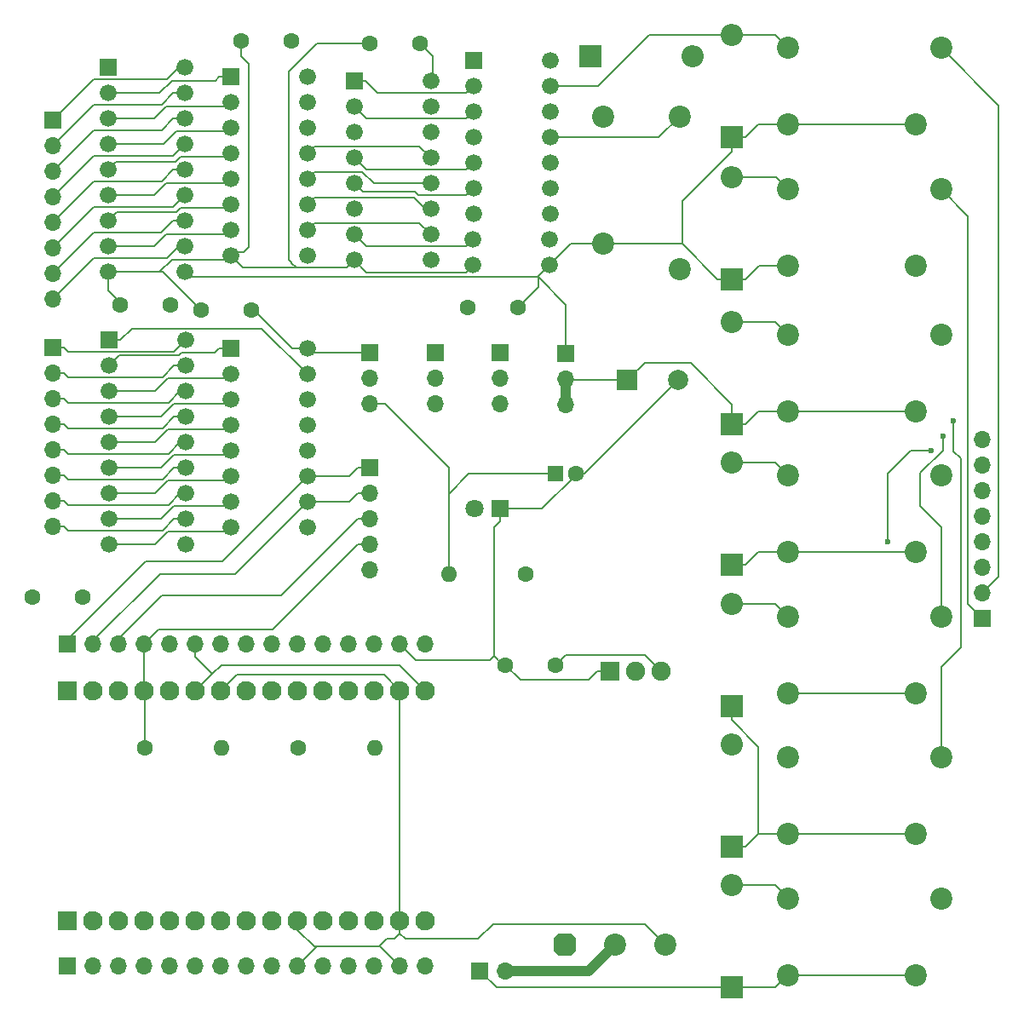
<source format=gbr>
%TF.GenerationSoftware,KiCad,Pcbnew,8.0.3*%
%TF.CreationDate,2024-07-07T19:39:02+08:00*%
%TF.ProjectId,V2.2 Mechanical Seven Segment Controller,56322e32-204d-4656-9368-616e6963616c,4*%
%TF.SameCoordinates,Original*%
%TF.FileFunction,Copper,L1,Top*%
%TF.FilePolarity,Positive*%
%FSLAX46Y46*%
G04 Gerber Fmt 4.6, Leading zero omitted, Abs format (unit mm)*
G04 Created by KiCad (PCBNEW 8.0.3) date 2024-07-07 19:39:02*
%MOMM*%
%LPD*%
G01*
G04 APERTURE LIST*
G04 Aperture macros list*
%AMOutline5P*
0 Free polygon, 5 corners , with rotation*
0 The origin of the aperture is its center*
0 number of corners: always 5*
0 $1 to $10 corner X, Y*
0 $11 Rotation angle, in degrees counterclockwise*
0 create outline with 5 corners*
4,1,5,$1,$2,$3,$4,$5,$6,$7,$8,$9,$10,$1,$2,$11*%
%AMOutline6P*
0 Free polygon, 6 corners , with rotation*
0 The origin of the aperture is its center*
0 number of corners: always 6*
0 $1 to $12 corner X, Y*
0 $13 Rotation angle, in degrees counterclockwise*
0 create outline with 6 corners*
4,1,6,$1,$2,$3,$4,$5,$6,$7,$8,$9,$10,$11,$12,$1,$2,$13*%
%AMOutline7P*
0 Free polygon, 7 corners , with rotation*
0 The origin of the aperture is its center*
0 number of corners: always 7*
0 $1 to $14 corner X, Y*
0 $15 Rotation angle, in degrees counterclockwise*
0 create outline with 7 corners*
4,1,7,$1,$2,$3,$4,$5,$6,$7,$8,$9,$10,$11,$12,$13,$14,$1,$2,$15*%
%AMOutline8P*
0 Free polygon, 8 corners , with rotation*
0 The origin of the aperture is its center*
0 number of corners: always 8*
0 $1 to $16 corner X, Y*
0 $17 Rotation angle, in degrees counterclockwise*
0 create outline with 8 corners*
4,1,8,$1,$2,$3,$4,$5,$6,$7,$8,$9,$10,$11,$12,$13,$14,$15,$16,$1,$2,$17*%
G04 Aperture macros list end*
%TA.AperFunction,ComponentPad*%
%ADD10C,1.600000*%
%TD*%
%TA.AperFunction,ComponentPad*%
%ADD11O,1.600000X1.600000*%
%TD*%
%TA.AperFunction,ComponentPad*%
%ADD12R,1.676400X1.676400*%
%TD*%
%TA.AperFunction,ComponentPad*%
%ADD13C,1.676400*%
%TD*%
%TA.AperFunction,ComponentPad*%
%ADD14C,2.200000*%
%TD*%
%TA.AperFunction,ComponentPad*%
%ADD15Outline8P,-1.100000X0.660000X-0.660000X1.100000X0.660000X1.100000X1.100000X0.660000X1.100000X-0.660000X0.660000X-1.100000X-0.660000X-1.100000X-1.100000X-0.660000X0.000000*%
%TD*%
%TA.AperFunction,ComponentPad*%
%ADD16R,2.200000X2.200000*%
%TD*%
%TA.AperFunction,ComponentPad*%
%ADD17O,2.200000X2.200000*%
%TD*%
%TA.AperFunction,ComponentPad*%
%ADD18R,1.700000X1.700000*%
%TD*%
%TA.AperFunction,ComponentPad*%
%ADD19O,1.700000X1.700000*%
%TD*%
%TA.AperFunction,ComponentPad*%
%ADD20R,1.910000X1.910000*%
%TD*%
%TA.AperFunction,ComponentPad*%
%ADD21C,1.910000*%
%TD*%
%TA.AperFunction,ComponentPad*%
%ADD22R,1.930000X1.930000*%
%TD*%
%TA.AperFunction,ComponentPad*%
%ADD23C,1.930000*%
%TD*%
%TA.AperFunction,ComponentPad*%
%ADD24R,1.600000X1.600000*%
%TD*%
%TA.AperFunction,ComponentPad*%
%ADD25R,1.800000X1.800000*%
%TD*%
%TA.AperFunction,ComponentPad*%
%ADD26C,1.800000*%
%TD*%
%TA.AperFunction,ComponentPad*%
%ADD27R,2.000000X2.000000*%
%TD*%
%TA.AperFunction,ComponentPad*%
%ADD28C,2.000000*%
%TD*%
%TA.AperFunction,ViaPad*%
%ADD29C,0.600000*%
%TD*%
%TA.AperFunction,Conductor*%
%ADD30C,0.200000*%
%TD*%
%TA.AperFunction,Conductor*%
%ADD31C,1.000000*%
%TD*%
G04 APERTURE END LIST*
D10*
%TO.P,R3,1*%
%TO.N,Net-(A1B-D1)*%
X89880000Y-113250000D03*
D11*
%TO.P,R3,2*%
%TO.N,+3.3V*%
X97500000Y-113250000D03*
%TD*%
D12*
%TO.P,U6,1,QB*%
%TO.N,Net-(U5-I2)*%
X95500000Y-47000000D03*
D13*
%TO.P,U6,2,QC*%
%TO.N,Net-(U5-I3)*%
X95500000Y-49540000D03*
%TO.P,U6,3,QD*%
%TO.N,Net-(U5-I4)*%
X95500000Y-52080000D03*
%TO.P,U6,4,QE*%
%TO.N,Net-(U5-I5)*%
X95500000Y-54620000D03*
%TO.P,U6,5,QF*%
%TO.N,Net-(U5-I6)*%
X95500000Y-57160000D03*
%TO.P,U6,6,QG*%
%TO.N,Net-(U5-I7)*%
X95500000Y-59700000D03*
%TO.P,U6,7,QH*%
%TO.N,Net-(U5-I8)*%
X95500000Y-62240000D03*
%TO.P,U6,8,GND*%
%TO.N,GND*%
X95500000Y-64780000D03*
%TO.P,U6,9,QH'*%
%TO.N,Net-(J10-Pin_5)*%
X103120000Y-64780000D03*
%TO.P,U6,10,~{SRCLR}*%
%TO.N,Net-(A1B-D1)*%
X103120000Y-62240000D03*
%TO.P,U6,11,SRCLK*%
%TO.N,Net-(A1B-D0)*%
X103120000Y-59700000D03*
%TO.P,U6,12,RCLK*%
%TO.N,Net-(A1B-D2)*%
X103120000Y-57160000D03*
%TO.P,U6,13,~{OE}*%
%TO.N,Net-(A1B-D3)*%
X103120000Y-54620000D03*
%TO.P,U6,14,SER*%
%TO.N,Net-(U4-QH')*%
X103120000Y-52080000D03*
%TO.P,U6,15,QA*%
%TO.N,Net-(U5-I1)*%
X103120000Y-49540000D03*
%TO.P,U6,16,VCC*%
%TO.N,+3.3V*%
X103120000Y-47000000D03*
%TD*%
D10*
%TO.P,R2,1*%
%TO.N,Net-(A1B-D3)*%
X74690000Y-113250000D03*
D11*
%TO.P,R2,2*%
%TO.N,+3.3V*%
X82310000Y-113250000D03*
%TD*%
D14*
%TO.P,K4,1*%
%TO.N,E1*%
X153800000Y-86200000D03*
%TO.P,K4,2*%
%TO.N,VDC*%
X151260000Y-93820000D03*
%TO.P,K4,A1*%
%TO.N,Net-(D4-A)*%
X138600000Y-86200000D03*
%TO.P,K4,A2*%
%TO.N,VDC*%
X138600000Y-93820000D03*
%TD*%
D12*
%TO.P,U4,1,QB*%
%TO.N,Net-(U3-I2)*%
X83194400Y-46570600D03*
D13*
%TO.P,U4,2,QC*%
%TO.N,Net-(U3-I3)*%
X83194400Y-49110600D03*
%TO.P,U4,3,QD*%
%TO.N,Net-(U3-I4)*%
X83194400Y-51650600D03*
%TO.P,U4,4,QE*%
%TO.N,Net-(U3-I5)*%
X83194400Y-54190600D03*
%TO.P,U4,5,QF*%
%TO.N,Net-(U3-I6)*%
X83194400Y-56730600D03*
%TO.P,U4,6,QG*%
%TO.N,Net-(U3-I7)*%
X83194400Y-59270600D03*
%TO.P,U4,7,QH*%
%TO.N,Net-(U3-I8)*%
X83194400Y-61810600D03*
%TO.P,U4,8,GND*%
%TO.N,GND*%
X83194400Y-64350600D03*
%TO.P,U4,9,QH'*%
%TO.N,Net-(U4-QH')*%
X90814400Y-64350600D03*
%TO.P,U4,10,~{SRCLR}*%
%TO.N,Net-(A1B-D1)*%
X90814400Y-61810600D03*
%TO.P,U4,11,SRCLK*%
%TO.N,Net-(A1B-D0)*%
X90814400Y-59270600D03*
%TO.P,U4,12,RCLK*%
%TO.N,Net-(A1B-D2)*%
X90814400Y-56730600D03*
%TO.P,U4,13,~{OE}*%
%TO.N,Net-(A1B-D3)*%
X90814400Y-54190600D03*
%TO.P,U4,14,SER*%
%TO.N,Net-(U2-QH')*%
X90814400Y-51650600D03*
%TO.P,U4,15,QA*%
%TO.N,Net-(U3-I1)*%
X90814400Y-49110600D03*
%TO.P,U4,16,VCC*%
%TO.N,+3.3V*%
X90814400Y-46570600D03*
%TD*%
D10*
%TO.P,C6,1*%
%TO.N,GND*%
X72250000Y-69250000D03*
%TO.P,C6,2*%
%TO.N,VDC*%
X77250000Y-69250000D03*
%TD*%
D14*
%TO.P,J11,1,Pin_1*%
%TO.N,GND*%
X126400000Y-132800000D03*
%TO.P,J11,2,Pin_2*%
%TO.N,Net-(J11-Pin_2)*%
X121400000Y-132800000D03*
D15*
%TO.P,J11,3,Pin_3*%
%TO.N,+5V*%
X116400000Y-132800000D03*
%TD*%
D12*
%TO.P,U3,1,I1*%
%TO.N,Net-(U3-I1)*%
X71000000Y-45620000D03*
D13*
%TO.P,U3,2,I2*%
%TO.N,Net-(U3-I2)*%
X71000000Y-48160000D03*
%TO.P,U3,3,I3*%
%TO.N,Net-(U3-I3)*%
X71000000Y-50700000D03*
%TO.P,U3,4,I4*%
%TO.N,Net-(U3-I4)*%
X71000000Y-53240000D03*
%TO.P,U3,5,I5*%
%TO.N,Net-(U3-I5)*%
X71000000Y-55780000D03*
%TO.P,U3,6,I6*%
%TO.N,Net-(U3-I6)*%
X71000000Y-58320000D03*
%TO.P,U3,7,I7*%
%TO.N,Net-(U3-I7)*%
X71000000Y-60860000D03*
%TO.P,U3,8,I8*%
%TO.N,Net-(U3-I8)*%
X70991200Y-63401200D03*
%TO.P,U3,9,GND*%
%TO.N,GND*%
X70991200Y-65941200D03*
%TO.P,U3,10,COM*%
%TO.N,VDC*%
X78611200Y-65941200D03*
%TO.P,U3,11,O8*%
%TO.N,Net-(J7-Pin_8)*%
X78611200Y-63401200D03*
%TO.P,U3,12,O7*%
%TO.N,Net-(J7-Pin_7)*%
X78620000Y-60860000D03*
%TO.P,U3,13,O6*%
%TO.N,Net-(J7-Pin_6)*%
X78620000Y-58320000D03*
%TO.P,U3,14,O5*%
%TO.N,Net-(J7-Pin_5)*%
X78620000Y-55780000D03*
%TO.P,U3,15,O4*%
%TO.N,Net-(J7-Pin_4)*%
X78620000Y-53240000D03*
%TO.P,U3,16,O3*%
%TO.N,Net-(J7-Pin_3)*%
X78620000Y-50700000D03*
%TO.P,U3,17,O2*%
%TO.N,Net-(J7-Pin_2)*%
X78620000Y-48160000D03*
%TO.P,U3,18,O1*%
%TO.N,Net-(J7-Pin_1)*%
X78620000Y-45620000D03*
%TD*%
D16*
%TO.P,D3,1,K*%
%TO.N,VDC*%
X133000000Y-81080000D03*
D17*
%TO.P,D3,2,A*%
%TO.N,Net-(D3-A)*%
X133000000Y-70920000D03*
%TD*%
D18*
%TO.P,F1,1*%
%TO.N,VDC*%
X107925000Y-135400000D03*
D19*
%TO.P,F1,2*%
%TO.N,Net-(J11-Pin_2)*%
X110465000Y-135400000D03*
%TD*%
D14*
%TO.P,K2,1*%
%TO.N,A1*%
X153800000Y-57700000D03*
%TO.P,K2,2*%
%TO.N,VDC*%
X151260000Y-65320000D03*
%TO.P,K2,A1*%
%TO.N,Net-(D2-A)*%
X138600000Y-57700000D03*
%TO.P,K2,A2*%
%TO.N,VDC*%
X138600000Y-65320000D03*
%TD*%
D16*
%TO.P,D4,1,K*%
%TO.N,VDC*%
X133000000Y-95080000D03*
D17*
%TO.P,D4,2,A*%
%TO.N,Net-(D4-A)*%
X133000000Y-84920000D03*
%TD*%
D20*
%TO.P,U7,1,ADJ/GND*%
%TO.N,GND*%
X120900000Y-105605000D03*
D21*
%TO.P,U7,2,VOUT*%
%TO.N,+3.3V*%
X123450000Y-105605000D03*
%TO.P,U7,3,VIN*%
%TO.N,+5V*%
X126000000Y-105605000D03*
%TD*%
D22*
%TO.P,A1,J1_1,A0*%
%TO.N,Net-(A1A-A0)*%
X67000000Y-130430000D03*
D23*
%TO.P,A1,J1_2,RSV1*%
%TO.N,Net-(A1A-RSV1)*%
X69540000Y-130430000D03*
%TO.P,A1,J1_3,RSV2*%
%TO.N,Net-(A1A-RSV2)*%
X72080000Y-130430000D03*
%TO.P,A1,J1_4,SD3*%
%TO.N,Net-(A1A-SD3)*%
X74620000Y-130430000D03*
%TO.P,A1,J1_5,SD2*%
%TO.N,Net-(A1A-SD2)*%
X77160000Y-130430000D03*
%TO.P,A1,J1_6,SD1*%
%TO.N,Net-(A1A-SD1)*%
X79700000Y-130430000D03*
%TO.P,A1,J1_7,CMD*%
%TO.N,Net-(A1A-CMD)*%
X82240000Y-130430000D03*
%TO.P,A1,J1_8,SD0*%
%TO.N,Net-(A1A-SD0)*%
X84780000Y-130430000D03*
%TO.P,A1,J1_9,CLK*%
%TO.N,Net-(A1A-CLK)*%
X87320000Y-130430000D03*
%TO.P,A1,J1_10,GND*%
%TO.N,GND*%
X89860000Y-130430000D03*
%TO.P,A1,J1_11,3V3*%
%TO.N,+3.3V*%
X92400000Y-130430000D03*
%TO.P,A1,J1_12,EN*%
%TO.N,Net-(A1A-EN)*%
X94940000Y-130430000D03*
%TO.P,A1,J1_13,RST*%
%TO.N,Net-(A1A-RST)*%
X97480000Y-130430000D03*
%TO.P,A1,J1_14,GND*%
%TO.N,GND*%
X100020000Y-130430000D03*
%TO.P,A1,J1_15,VIN*%
%TO.N,Net-(A1A-VIN)*%
X102560000Y-130430000D03*
D22*
%TO.P,A1,J2_1,D0*%
%TO.N,Net-(A1B-D0)*%
X67000000Y-107570000D03*
D23*
%TO.P,A1,J2_2,D1*%
%TO.N,Net-(A1B-D1)*%
X69540000Y-107570000D03*
%TO.P,A1,J2_3,D2*%
%TO.N,Net-(A1B-D2)*%
X72080000Y-107570000D03*
%TO.P,A1,J2_4,D3*%
%TO.N,Net-(A1B-D3)*%
X74620000Y-107570000D03*
%TO.P,A1,J2_5,D4*%
%TO.N,Net-(A1B-D4)*%
X77160000Y-107570000D03*
%TO.P,A1,J2_6,3V3*%
%TO.N,Net-(J9-Pin_15)*%
X79700000Y-107570000D03*
%TO.P,A1,J2_7,GND*%
%TO.N,GND*%
X82240000Y-107570000D03*
%TO.P,A1,J2_8,D5*%
%TO.N,Net-(A1B-D5)*%
X84780000Y-107570000D03*
%TO.P,A1,J2_9,D6*%
%TO.N,Net-(A1B-D6)*%
X87320000Y-107570000D03*
%TO.P,A1,J2_10,D7*%
%TO.N,Net-(A1B-D7)*%
X89860000Y-107570000D03*
%TO.P,A1,J2_11,D8*%
%TO.N,Net-(A1B-D8)*%
X92400000Y-107570000D03*
%TO.P,A1,J2_12,D9*%
%TO.N,Net-(A1B-D9)*%
X94940000Y-107570000D03*
%TO.P,A1,J2_13,D10*%
%TO.N,Net-(A1B-D10)*%
X97480000Y-107570000D03*
%TO.P,A1,J2_14,GND*%
%TO.N,GND*%
X100020000Y-107570000D03*
%TO.P,A1,J2_15,3V3*%
%TO.N,Net-(J9-Pin_15)*%
X102560000Y-107570000D03*
%TD*%
D18*
%TO.P,J8,1,Pin_1*%
%TO.N,A1*%
X157900000Y-100360000D03*
D19*
%TO.P,J8,2,Pin_2*%
%TO.N,B1*%
X157900000Y-97820000D03*
%TO.P,J8,3,Pin_3*%
%TO.N,C1*%
X157900000Y-95280000D03*
%TO.P,J8,4,Pin_4*%
%TO.N,D1*%
X157900000Y-92740000D03*
%TO.P,J8,5,Pin_5*%
%TO.N,E1*%
X157900000Y-90200000D03*
%TO.P,J8,6,Pin_6*%
%TO.N,F1*%
X157900000Y-87660000D03*
%TO.P,J8,7,Pin_7*%
%TO.N,G1*%
X157900000Y-85120000D03*
%TO.P,J8,8,Pin_8*%
%TO.N,H1*%
X157900000Y-82580000D03*
%TD*%
D18*
%TO.P,J4,1,Pin_1*%
%TO.N,+3.3V*%
X97000000Y-74000000D03*
D19*
%TO.P,J4,2,Pin_2*%
X97000000Y-76540000D03*
%TO.P,J4,3,Pin_3*%
X97000000Y-79080000D03*
%TD*%
D24*
%TO.P,C3,1*%
%TO.N,+3.3V*%
X115500000Y-86000000D03*
D10*
%TO.P,C3,2*%
%TO.N,GND*%
X117500000Y-86000000D03*
%TD*%
D18*
%TO.P,J9,1,Pin_1*%
%TO.N,Net-(A1B-D0)*%
X67000000Y-102930000D03*
D19*
%TO.P,J9,2,Pin_2*%
%TO.N,Net-(A1B-D1)*%
X69540000Y-102930000D03*
%TO.P,J9,3,Pin_3*%
%TO.N,Net-(A1B-D2)*%
X72080000Y-102930000D03*
%TO.P,J9,4,Pin_4*%
%TO.N,Net-(A1B-D3)*%
X74620000Y-102930000D03*
%TO.P,J9,5,Pin_5*%
%TO.N,Net-(A1B-D4)*%
X77160000Y-102930000D03*
%TO.P,J9,6,Pin_6*%
%TO.N,Net-(J9-Pin_15)*%
X79700000Y-102930000D03*
%TO.P,J9,7,Pin_7*%
%TO.N,GND*%
X82240000Y-102930000D03*
%TO.P,J9,8,Pin_8*%
%TO.N,Net-(A1B-D5)*%
X84780000Y-102930000D03*
%TO.P,J9,9,Pin_9*%
%TO.N,Net-(A1B-D6)*%
X87320000Y-102930000D03*
%TO.P,J9,10,Pin_10*%
%TO.N,Net-(A1B-D7)*%
X89860000Y-102930000D03*
%TO.P,J9,11,Pin_11*%
%TO.N,Net-(A1B-D8)*%
X92400000Y-102930000D03*
%TO.P,J9,12,Pin_12*%
%TO.N,Net-(A1B-D9)*%
X94940000Y-102930000D03*
%TO.P,J9,13,Pin_13*%
%TO.N,Net-(A1B-D10)*%
X97480000Y-102930000D03*
%TO.P,J9,14,Pin_14*%
%TO.N,GND*%
X100020000Y-102930000D03*
%TO.P,J9,15,Pin_15*%
%TO.N,Net-(J9-Pin_15)*%
X102560000Y-102930000D03*
%TD*%
D12*
%TO.P,U1,1,I1*%
%TO.N,Net-(U1-I1)*%
X71100000Y-72720000D03*
D13*
%TO.P,U1,2,I2*%
%TO.N,Net-(U1-I2)*%
X71100000Y-75260000D03*
%TO.P,U1,3,I3*%
%TO.N,Net-(U1-I3)*%
X71100000Y-77800000D03*
%TO.P,U1,4,I4*%
%TO.N,Net-(U1-I4)*%
X71100000Y-80340000D03*
%TO.P,U1,5,I5*%
%TO.N,Net-(U1-I5)*%
X71100000Y-82880000D03*
%TO.P,U1,6,I6*%
%TO.N,Net-(U1-I6)*%
X71100000Y-85420000D03*
%TO.P,U1,7,I7*%
%TO.N,Net-(U1-I7)*%
X71100000Y-87960000D03*
%TO.P,U1,8,I8*%
%TO.N,Net-(U1-I8)*%
X71091200Y-90501200D03*
%TO.P,U1,9,GND*%
%TO.N,GND*%
X71091200Y-93041200D03*
%TO.P,U1,10,COM*%
%TO.N,VDC*%
X78711200Y-93041200D03*
%TO.P,U1,11,O8*%
%TO.N,Net-(J5-Pin_8)*%
X78711200Y-90501200D03*
%TO.P,U1,12,O7*%
%TO.N,Net-(J5-Pin_7)*%
X78720000Y-87960000D03*
%TO.P,U1,13,O6*%
%TO.N,Net-(J5-Pin_6)*%
X78720000Y-85420000D03*
%TO.P,U1,14,O5*%
%TO.N,Net-(J5-Pin_5)*%
X78720000Y-82880000D03*
%TO.P,U1,15,O4*%
%TO.N,Net-(J5-Pin_4)*%
X78720000Y-80340000D03*
%TO.P,U1,16,O3*%
%TO.N,Net-(J5-Pin_3)*%
X78720000Y-77800000D03*
%TO.P,U1,17,O2*%
%TO.N,Net-(J5-Pin_2)*%
X78720000Y-75260000D03*
%TO.P,U1,18,O1*%
%TO.N,Net-(J5-Pin_1)*%
X78720000Y-72720000D03*
%TD*%
D18*
%TO.P,J10,1,Pin_1*%
%TO.N,Net-(A1B-D0)*%
X97000000Y-85380000D03*
D19*
%TO.P,J10,2,Pin_2*%
%TO.N,Net-(A1B-D1)*%
X97000000Y-87920000D03*
%TO.P,J10,3,Pin_3*%
%TO.N,Net-(A1B-D2)*%
X97000000Y-90460000D03*
%TO.P,J10,4,Pin_4*%
%TO.N,Net-(A1B-D3)*%
X97000000Y-93000000D03*
%TO.P,J10,5,Pin_5*%
%TO.N,Net-(J10-Pin_5)*%
X97000000Y-95540000D03*
%TD*%
D16*
%TO.P,D1,1,K*%
%TO.N,VDC*%
X133000000Y-52580000D03*
D17*
%TO.P,D1,2,A*%
%TO.N,Net-(D1-A)*%
X133000000Y-42420000D03*
%TD*%
D10*
%TO.P,C7,1*%
%TO.N,GND*%
X106750000Y-69500000D03*
%TO.P,C7,2*%
%TO.N,VDC*%
X111750000Y-69500000D03*
%TD*%
D16*
%TO.P,D2,1,K*%
%TO.N,VDC*%
X133000000Y-66660000D03*
D17*
%TO.P,D2,2,A*%
%TO.N,Net-(D2-A)*%
X133000000Y-56500000D03*
%TD*%
D10*
%TO.P,C8,1*%
%TO.N,GND*%
X84250000Y-43000000D03*
%TO.P,C8,2*%
%TO.N,+3.3V*%
X89250000Y-43000000D03*
%TD*%
%TO.P,C9,1*%
%TO.N,GND*%
X97000000Y-43250000D03*
%TO.P,C9,2*%
%TO.N,+3.3V*%
X102000000Y-43250000D03*
%TD*%
D14*
%TO.P,K8,1*%
%TO.N,D1*%
X127800000Y-65700000D03*
%TO.P,K8,2*%
%TO.N,VDC*%
X120180000Y-63160000D03*
%TO.P,K8,A1*%
%TO.N,Net-(D8-A)*%
X127800000Y-50500000D03*
%TO.P,K8,A2*%
%TO.N,VDC*%
X120180000Y-50500000D03*
%TD*%
D10*
%TO.P,R1,1*%
%TO.N,Net-(D9-A)*%
X112500000Y-96000000D03*
D11*
%TO.P,R1,2*%
%TO.N,+3.3V*%
X104880000Y-96000000D03*
%TD*%
D14*
%TO.P,K5,1*%
%TO.N,G1*%
X153800000Y-100200000D03*
%TO.P,K5,2*%
%TO.N,VDC*%
X151260000Y-107820000D03*
%TO.P,K5,A1*%
%TO.N,Net-(D5-A)*%
X138600000Y-100200000D03*
%TO.P,K5,A2*%
%TO.N,VDC*%
X138600000Y-107820000D03*
%TD*%
D18*
%TO.P,J7,1,Pin_1*%
%TO.N,Net-(J7-Pin_1)*%
X65500000Y-50840000D03*
D19*
%TO.P,J7,2,Pin_2*%
%TO.N,Net-(J7-Pin_2)*%
X65500000Y-53380000D03*
%TO.P,J7,3,Pin_3*%
%TO.N,Net-(J7-Pin_3)*%
X65500000Y-55920000D03*
%TO.P,J7,4,Pin_4*%
%TO.N,Net-(J7-Pin_4)*%
X65500000Y-58460000D03*
%TO.P,J7,5,Pin_5*%
%TO.N,Net-(J7-Pin_5)*%
X65500000Y-61000000D03*
%TO.P,J7,6,Pin_6*%
%TO.N,Net-(J7-Pin_6)*%
X65500000Y-63540000D03*
%TO.P,J7,7,Pin_7*%
%TO.N,Net-(J7-Pin_7)*%
X65500000Y-66080000D03*
%TO.P,J7,8,Pin_8*%
%TO.N,Net-(J7-Pin_8)*%
X65500000Y-68620000D03*
%TD*%
D18*
%TO.P,J1,1,Pin_1*%
%TO.N,GND*%
X103500000Y-74000000D03*
D19*
%TO.P,J1,2,Pin_2*%
X103500000Y-76540000D03*
%TO.P,J1,3,Pin_3*%
X103500000Y-79080000D03*
%TD*%
D10*
%TO.P,C5,1*%
%TO.N,GND*%
X63500000Y-98250000D03*
%TO.P,C5,2*%
%TO.N,VDC*%
X68500000Y-98250000D03*
%TD*%
%TO.P,C4,1*%
%TO.N,+5V*%
X115500000Y-105000000D03*
%TO.P,C4,2*%
%TO.N,GND*%
X110500000Y-105000000D03*
%TD*%
D18*
%TO.P,J5,1,Pin_1*%
%TO.N,Net-(J5-Pin_1)*%
X65504400Y-73460600D03*
D19*
%TO.P,J5,2,Pin_2*%
%TO.N,Net-(J5-Pin_2)*%
X65504400Y-76000600D03*
%TO.P,J5,3,Pin_3*%
%TO.N,Net-(J5-Pin_3)*%
X65504400Y-78540600D03*
%TO.P,J5,4,Pin_4*%
%TO.N,Net-(J5-Pin_4)*%
X65504400Y-81080600D03*
%TO.P,J5,5,Pin_5*%
%TO.N,Net-(J5-Pin_5)*%
X65504400Y-83620600D03*
%TO.P,J5,6,Pin_6*%
%TO.N,Net-(J5-Pin_6)*%
X65504400Y-86160600D03*
%TO.P,J5,7,Pin_7*%
%TO.N,Net-(J5-Pin_7)*%
X65504400Y-88700600D03*
%TO.P,J5,8,Pin_8*%
%TO.N,Net-(J5-Pin_8)*%
X65504400Y-91240600D03*
%TD*%
D18*
%TO.P,J6,1,Pin_1*%
%TO.N,Net-(A1A-A0)*%
X66990000Y-134930000D03*
D19*
%TO.P,J6,2,Pin_2*%
%TO.N,Net-(A1A-RSV1)*%
X69530000Y-134930000D03*
%TO.P,J6,3,Pin_3*%
%TO.N,Net-(A1A-RSV2)*%
X72070000Y-134930000D03*
%TO.P,J6,4,Pin_4*%
%TO.N,Net-(A1A-SD3)*%
X74610000Y-134930000D03*
%TO.P,J6,5,Pin_5*%
%TO.N,Net-(A1A-SD2)*%
X77150000Y-134930000D03*
%TO.P,J6,6,Pin_6*%
%TO.N,Net-(A1A-SD1)*%
X79690000Y-134930000D03*
%TO.P,J6,7,Pin_7*%
%TO.N,Net-(A1A-CMD)*%
X82230000Y-134930000D03*
%TO.P,J6,8,Pin_8*%
%TO.N,Net-(A1A-SD0)*%
X84770000Y-134930000D03*
%TO.P,J6,9,Pin_9*%
%TO.N,Net-(A1A-CLK)*%
X87310000Y-134930000D03*
%TO.P,J6,10,Pin_10*%
%TO.N,GND*%
X89850000Y-134930000D03*
%TO.P,J6,11,Pin_11*%
%TO.N,+3.3V*%
X92390000Y-134930000D03*
%TO.P,J6,12,Pin_12*%
%TO.N,Net-(A1A-EN)*%
X94930000Y-134930000D03*
%TO.P,J6,13,Pin_13*%
%TO.N,Net-(A1A-RST)*%
X97470000Y-134930000D03*
%TO.P,J6,14,Pin_14*%
%TO.N,GND*%
X100010000Y-134930000D03*
%TO.P,J6,15,Pin_15*%
%TO.N,Net-(A1A-VIN)*%
X102550000Y-134930000D03*
%TD*%
D16*
%TO.P,D7,1,K*%
%TO.N,VDC*%
X133000000Y-137080000D03*
D17*
%TO.P,D7,2,A*%
%TO.N,Net-(D7-A)*%
X133000000Y-126920000D03*
%TD*%
D16*
%TO.P,D5,1,K*%
%TO.N,VDC*%
X133000000Y-109080000D03*
D17*
%TO.P,D5,2,A*%
%TO.N,Net-(D5-A)*%
X133000000Y-98920000D03*
%TD*%
D16*
%TO.P,D6,1,K*%
%TO.N,VDC*%
X133000000Y-123080000D03*
D17*
%TO.P,D6,2,A*%
%TO.N,Net-(D6-A)*%
X133000000Y-112920000D03*
%TD*%
D18*
%TO.P,J2,1,Pin_1*%
%TO.N,VDC*%
X116500000Y-74040000D03*
D19*
%TO.P,J2,2,Pin_2*%
X116500000Y-76580000D03*
%TO.P,J2,3,Pin_3*%
X116500000Y-79120000D03*
%TD*%
D10*
%TO.P,C2,1*%
%TO.N,GND*%
X80250000Y-69750000D03*
%TO.P,C2,2*%
%TO.N,+3.3V*%
X85250000Y-69750000D03*
%TD*%
D25*
%TO.P,D9,1,K*%
%TO.N,GND*%
X110000000Y-89500000D03*
D26*
%TO.P,D9,2,A*%
%TO.N,Net-(D9-A)*%
X107460000Y-89500000D03*
%TD*%
D16*
%TO.P,D8,1,K*%
%TO.N,VDC*%
X118920000Y-44500000D03*
D17*
%TO.P,D8,2,A*%
%TO.N,Net-(D8-A)*%
X129080000Y-44500000D03*
%TD*%
D14*
%TO.P,K1,1*%
%TO.N,B1*%
X153800000Y-43700000D03*
%TO.P,K1,2*%
%TO.N,VDC*%
X151260000Y-51320000D03*
%TO.P,K1,A1*%
%TO.N,Net-(D1-A)*%
X138600000Y-43700000D03*
%TO.P,K1,A2*%
%TO.N,VDC*%
X138600000Y-51320000D03*
%TD*%
%TO.P,K3,1*%
%TO.N,C1*%
X153800000Y-72200000D03*
%TO.P,K3,2*%
%TO.N,VDC*%
X151260000Y-79820000D03*
%TO.P,K3,A1*%
%TO.N,Net-(D3-A)*%
X138600000Y-72200000D03*
%TO.P,K3,A2*%
%TO.N,VDC*%
X138600000Y-79820000D03*
%TD*%
D27*
%TO.P,C1,1*%
%TO.N,VDC*%
X122632300Y-76700000D03*
D28*
%TO.P,C1,2*%
%TO.N,GND*%
X127632300Y-76700000D03*
%TD*%
D18*
%TO.P,J3,1,Pin_1*%
%TO.N,+5V*%
X110000000Y-74000000D03*
D19*
%TO.P,J3,2,Pin_2*%
X110000000Y-76540000D03*
%TO.P,J3,3,Pin_3*%
X110000000Y-79080000D03*
%TD*%
D12*
%TO.P,U5,1,I1*%
%TO.N,Net-(U5-I1)*%
X107314400Y-44920000D03*
D13*
%TO.P,U5,2,I2*%
%TO.N,Net-(U5-I2)*%
X107314400Y-47460000D03*
%TO.P,U5,3,I3*%
%TO.N,Net-(U5-I3)*%
X107314400Y-50000000D03*
%TO.P,U5,4,I4*%
%TO.N,Net-(U5-I4)*%
X107314400Y-52540000D03*
%TO.P,U5,5,I5*%
%TO.N,Net-(U5-I5)*%
X107314400Y-55080000D03*
%TO.P,U5,6,I6*%
%TO.N,Net-(U5-I6)*%
X107314400Y-57620000D03*
%TO.P,U5,7,I7*%
%TO.N,Net-(U5-I7)*%
X107314400Y-60160000D03*
%TO.P,U5,8,I8*%
%TO.N,Net-(U5-I8)*%
X107305600Y-62701200D03*
%TO.P,U5,9,GND*%
%TO.N,GND*%
X107305600Y-65241200D03*
%TO.P,U5,10,COM*%
%TO.N,VDC*%
X114925600Y-65241200D03*
%TO.P,U5,11,O8*%
%TO.N,Net-(D6-A)*%
X114925600Y-62701200D03*
%TO.P,U5,12,O7*%
%TO.N,Net-(D5-A)*%
X114934400Y-60160000D03*
%TO.P,U5,13,O6*%
%TO.N,Net-(D7-A)*%
X114934400Y-57620000D03*
%TO.P,U5,14,O5*%
%TO.N,Net-(D4-A)*%
X114934400Y-55080000D03*
%TO.P,U5,15,O4*%
%TO.N,Net-(D8-A)*%
X114934400Y-52540000D03*
%TO.P,U5,16,O3*%
%TO.N,Net-(D3-A)*%
X114934400Y-50000000D03*
%TO.P,U5,17,O2*%
%TO.N,Net-(D1-A)*%
X114934400Y-47460000D03*
%TO.P,U5,18,O1*%
%TO.N,Net-(D2-A)*%
X114934400Y-44920000D03*
%TD*%
D12*
%TO.P,U2,1,QB*%
%TO.N,Net-(U1-I2)*%
X83194400Y-73570600D03*
D13*
%TO.P,U2,2,QC*%
%TO.N,Net-(U1-I3)*%
X83194400Y-76110600D03*
%TO.P,U2,3,QD*%
%TO.N,Net-(U1-I4)*%
X83194400Y-78650600D03*
%TO.P,U2,4,QE*%
%TO.N,Net-(U1-I5)*%
X83194400Y-81190600D03*
%TO.P,U2,5,QF*%
%TO.N,Net-(U1-I6)*%
X83194400Y-83730600D03*
%TO.P,U2,6,QG*%
%TO.N,Net-(U1-I7)*%
X83194400Y-86270600D03*
%TO.P,U2,7,QH*%
%TO.N,Net-(U1-I8)*%
X83194400Y-88810600D03*
%TO.P,U2,8,GND*%
%TO.N,GND*%
X83194400Y-91350600D03*
%TO.P,U2,9,QH'*%
%TO.N,Net-(U2-QH')*%
X90814400Y-91350600D03*
%TO.P,U2,10,~{SRCLR}*%
%TO.N,Net-(A1B-D1)*%
X90814400Y-88810600D03*
%TO.P,U2,11,SRCLK*%
%TO.N,Net-(A1B-D0)*%
X90814400Y-86270600D03*
%TO.P,U2,12,RCLK*%
%TO.N,Net-(A1B-D2)*%
X90814400Y-83730600D03*
%TO.P,U2,13,~{OE}*%
%TO.N,Net-(A1B-D3)*%
X90814400Y-81190600D03*
%TO.P,U2,14,SER*%
%TO.N,Net-(A1B-D4)*%
X90814400Y-78650600D03*
%TO.P,U2,15,QA*%
%TO.N,Net-(U1-I1)*%
X90814400Y-76110600D03*
%TO.P,U2,16,VCC*%
%TO.N,+3.3V*%
X90814400Y-73570600D03*
%TD*%
D14*
%TO.P,K6,1*%
%TO.N,H1*%
X153800000Y-114200000D03*
%TO.P,K6,2*%
%TO.N,VDC*%
X151260000Y-121820000D03*
%TO.P,K6,A1*%
%TO.N,Net-(D6-A)*%
X138600000Y-114200000D03*
%TO.P,K6,A2*%
%TO.N,VDC*%
X138600000Y-121820000D03*
%TD*%
%TO.P,K7,1*%
%TO.N,F1*%
X153800000Y-128200000D03*
%TO.P,K7,2*%
%TO.N,VDC*%
X151260000Y-135820000D03*
%TO.P,K7,A1*%
%TO.N,Net-(D7-A)*%
X138600000Y-128200000D03*
%TO.P,K7,A2*%
%TO.N,VDC*%
X138600000Y-135820000D03*
%TD*%
D29*
%TO.N,F1*%
X152800000Y-83700000D03*
X148500000Y-92750000D03*
%TO.N,G1*%
X154000000Y-82250000D03*
%TO.N,H1*%
X155000000Y-80750000D03*
%TD*%
D30*
%TO.N,Net-(A1B-D3)*%
X74620000Y-107570000D02*
X74620000Y-102930000D01*
X76050000Y-101500000D02*
X74620000Y-102930000D01*
X87348300Y-101500000D02*
X76050000Y-101500000D01*
X95848300Y-93000000D02*
X87348300Y-101500000D01*
X97000000Y-93000000D02*
X95848300Y-93000000D01*
X74690000Y-113250000D02*
X74690000Y-107640000D01*
X90814400Y-54190600D02*
X91549900Y-53455100D01*
X91549900Y-53455100D02*
X101955100Y-53455100D01*
X101955100Y-53455100D02*
X103120000Y-54620000D01*
%TO.N,GND*%
X83810000Y-106000000D02*
X98450000Y-106000000D01*
X124350000Y-130750000D02*
X109278700Y-130750000D01*
X110000000Y-89500000D02*
X110000000Y-90701700D01*
X96695200Y-65975200D02*
X95500000Y-64780000D01*
X106571600Y-65975200D02*
X96695200Y-65975200D01*
X89850000Y-134930000D02*
X91780000Y-133000000D01*
X119643300Y-105605000D02*
X120900000Y-105605000D01*
X71000000Y-67750000D02*
X71000000Y-67500000D01*
X70991200Y-67491200D02*
X70991200Y-65941200D01*
X89000000Y-64750000D02*
X89250000Y-65000000D01*
X85000000Y-63500000D02*
X84500000Y-64000000D01*
X91780000Y-133000000D02*
X98080000Y-133000000D01*
X84500000Y-64000000D02*
X83545000Y-64000000D01*
X91500000Y-133000000D02*
X91780000Y-133000000D01*
X89250000Y-65040700D02*
X89750000Y-65540700D01*
X89250000Y-65000000D02*
X89250000Y-65040700D01*
X100573300Y-132250000D02*
X100020000Y-131696700D01*
X98750000Y-132250000D02*
X98080000Y-132920000D01*
X127632300Y-76700000D02*
X118332300Y-86000000D01*
X77375900Y-64707200D02*
X76141900Y-65941200D01*
X110500000Y-105000000D02*
X112000000Y-106500000D01*
X80250000Y-69750000D02*
X76441200Y-65941200D01*
X108953100Y-104500000D02*
X101590000Y-104500000D01*
X99466700Y-132250000D02*
X98750000Y-132250000D01*
X118748300Y-106500000D02*
X119643300Y-105605000D01*
X76141900Y-65941200D02*
X70991200Y-65941200D01*
X85000000Y-45250000D02*
X85000000Y-63500000D01*
X100020000Y-107570000D02*
X100020000Y-130430000D01*
X91750000Y-43250000D02*
X89000000Y-46000000D01*
X101590000Y-104500000D02*
X100020000Y-102930000D01*
X84250000Y-43000000D02*
X84250000Y-44500000D01*
X110000000Y-89500000D02*
X114129500Y-89500000D01*
X82837800Y-64707200D02*
X77375900Y-64707200D01*
X89860000Y-130430000D02*
X89860000Y-131360000D01*
X82240000Y-107570000D02*
X83810000Y-106000000D01*
X100020000Y-130430000D02*
X100020000Y-131696700D01*
X107778700Y-132250000D02*
X100573300Y-132250000D01*
X84384500Y-65540700D02*
X89750000Y-65540700D01*
X126400000Y-132800000D02*
X124350000Y-130750000D01*
X97000000Y-43250000D02*
X91750000Y-43250000D01*
X82758300Y-91786700D02*
X76928500Y-91786700D01*
X112000000Y-106500000D02*
X118748300Y-106500000D01*
X76441200Y-65941200D02*
X76141900Y-65941200D01*
X89860000Y-131360000D02*
X91500000Y-133000000D01*
X75674000Y-93041200D02*
X71091200Y-93041200D01*
X100020000Y-131696700D02*
X99466700Y-132250000D01*
X109353900Y-91347800D02*
X110000000Y-90701700D01*
X118332300Y-86000000D02*
X117500000Y-86000000D01*
X72500000Y-69250000D02*
X71000000Y-67750000D01*
X98450000Y-106000000D02*
X100020000Y-107570000D01*
X84250000Y-44500000D02*
X85000000Y-45250000D01*
X98080000Y-132920000D02*
X98080000Y-133000000D01*
X89000000Y-46000000D02*
X89000000Y-64750000D01*
X89750000Y-65540700D02*
X94739300Y-65540700D01*
X98080000Y-133000000D02*
X100010000Y-134930000D01*
X109353900Y-104099200D02*
X108953100Y-104500000D01*
X109278700Y-130750000D02*
X107778700Y-132250000D01*
X114129500Y-89500000D02*
X117500000Y-86129500D01*
X71000000Y-67500000D02*
X70991200Y-67491200D01*
X76928500Y-91786700D02*
X75674000Y-93041200D01*
X107305600Y-65241200D02*
X106571600Y-65975200D01*
X109353900Y-104099200D02*
X109353900Y-91347800D01*
X94739300Y-65540700D02*
X95500000Y-64780000D01*
X110254700Y-105000000D02*
X109353900Y-104099200D01*
X83194400Y-64350600D02*
X84384500Y-65540700D01*
%TO.N,Net-(A1B-D1)*%
X91549900Y-61075100D02*
X90814400Y-61810600D01*
X94957700Y-88810600D02*
X95848300Y-87920000D01*
X103120000Y-62240000D02*
X101955100Y-61075100D01*
X97000000Y-87920000D02*
X95848300Y-87920000D01*
X76166900Y-96000000D02*
X83625000Y-96000000D01*
X69540000Y-102626900D02*
X76166900Y-96000000D01*
X101955100Y-61075100D02*
X91549900Y-61075100D01*
X90814400Y-88810600D02*
X94957700Y-88810600D01*
X83625000Y-96000000D02*
X90814400Y-88810600D01*
%TO.N,Net-(J9-Pin_15)*%
X79700000Y-107570000D02*
X81368400Y-105901600D01*
X82270000Y-105000000D02*
X99990000Y-105000000D01*
X81368400Y-105901600D02*
X79700000Y-104233200D01*
X81368400Y-105901600D02*
X82270000Y-105000000D01*
X99990000Y-105000000D02*
X102560000Y-107570000D01*
X79700000Y-104233200D02*
X79700000Y-102930000D01*
%TO.N,+3.3V*%
X115500000Y-86000000D02*
X106880000Y-86000000D01*
X97000000Y-74000000D02*
X91243800Y-74000000D01*
X106880000Y-86000000D02*
X104880000Y-88000000D01*
X97000000Y-79080000D02*
X98580000Y-79080000D01*
X103250000Y-44500000D02*
X103250000Y-46870000D01*
X104880000Y-88000000D02*
X104880000Y-96000000D01*
X104880000Y-85380000D02*
X104880000Y-88000000D01*
X98580000Y-79080000D02*
X104880000Y-85380000D01*
X89320600Y-73570600D02*
X90814400Y-73570600D01*
X85500000Y-69750000D02*
X89320600Y-73570600D01*
X102000000Y-43250000D02*
X103250000Y-44500000D01*
%TO.N,Net-(A1B-D0)*%
X90814400Y-59270600D02*
X91549900Y-58535100D01*
X101387100Y-58535100D02*
X102552000Y-59700000D01*
X82341600Y-94743400D02*
X74756600Y-94743400D01*
X90814400Y-86270600D02*
X94957700Y-86270600D01*
X94957700Y-86270600D02*
X95848300Y-85380000D01*
X90814400Y-86270600D02*
X82341600Y-94743400D01*
X91549900Y-58535100D02*
X101387100Y-58535100D01*
X74756600Y-94743400D02*
X67000000Y-102500000D01*
X97000000Y-85380000D02*
X95848300Y-85380000D01*
%TO.N,Net-(A1B-D2)*%
X90814400Y-56730600D02*
X91537100Y-56007900D01*
X91537100Y-56007900D02*
X96284800Y-56007900D01*
X95848300Y-90460000D02*
X97000000Y-90460000D01*
X88180200Y-98128100D02*
X95848300Y-90460000D01*
X72080000Y-102420000D02*
X76371900Y-98128100D01*
X96284800Y-56007900D02*
X97436900Y-57160000D01*
X97436900Y-57160000D02*
X103120000Y-57160000D01*
X76371900Y-98128100D02*
X88180200Y-98128100D01*
%TO.N,VDC*%
X151260000Y-121820000D02*
X138600000Y-121820000D01*
X151260000Y-135820000D02*
X138600000Y-135820000D01*
X122632300Y-76700000D02*
X124332300Y-75000000D01*
X109605000Y-137080000D02*
X133000000Y-137080000D01*
X128098300Y-63160000D02*
X128098300Y-58883400D01*
X133000000Y-66660000D02*
X131598300Y-66660000D01*
X135661700Y-121820000D02*
X134401700Y-123080000D01*
X128905500Y-75000000D02*
X133000000Y-79094500D01*
X116500000Y-69197800D02*
X116500000Y-74040000D01*
X128098300Y-63160000D02*
X131598300Y-66660000D01*
X114925600Y-65241200D02*
X117006800Y-63160000D01*
X151260000Y-93820000D02*
X138600000Y-93820000D01*
X135741700Y-65320000D02*
X134401700Y-66660000D01*
X134401700Y-95080000D02*
X135661700Y-93820000D01*
X113776100Y-66473900D02*
X116500000Y-69197800D01*
X133700900Y-81080000D02*
X134401700Y-81080000D01*
X113734500Y-66432300D02*
X79102300Y-66432300D01*
X135661700Y-121820000D02*
X135661700Y-113143400D01*
X135661700Y-51320000D02*
X138600000Y-51320000D01*
X137340000Y-137080000D02*
X138600000Y-135820000D01*
X138600000Y-65320000D02*
X135741700Y-65320000D01*
X151260000Y-51320000D02*
X138600000Y-51320000D01*
X135661700Y-93820000D02*
X138600000Y-93820000D01*
X113734500Y-66432300D02*
X113776100Y-66473900D01*
X138600000Y-79820000D02*
X135661700Y-79820000D01*
X111750000Y-69500000D02*
X113776100Y-67473900D01*
D31*
X116500000Y-76580000D02*
X116500000Y-79120000D01*
D30*
X133000000Y-52580000D02*
X133000000Y-53981700D01*
X138600000Y-121820000D02*
X135661700Y-121820000D01*
X120180000Y-63160000D02*
X128098300Y-63160000D01*
X107925000Y-135400000D02*
X109605000Y-137080000D01*
X128098300Y-58883400D02*
X133000000Y-53981700D01*
X122632300Y-76700000D02*
X116620000Y-76700000D01*
X134401700Y-52580000D02*
X135661700Y-51320000D01*
X114925600Y-65241200D02*
X113734500Y-66432300D01*
X133000000Y-137080000D02*
X137340000Y-137080000D01*
X151260000Y-79820000D02*
X138600000Y-79820000D01*
X135661700Y-113143400D02*
X133000000Y-110481700D01*
X133000000Y-66660000D02*
X134401700Y-66660000D01*
X117006800Y-63160000D02*
X120180000Y-63160000D01*
X133000000Y-123080000D02*
X134401700Y-123080000D01*
X135661700Y-79820000D02*
X134401700Y-81080000D01*
X133000000Y-95080000D02*
X134401700Y-95080000D01*
X151260000Y-107820000D02*
X138600000Y-107820000D01*
X124332300Y-75000000D02*
X128905500Y-75000000D01*
X113776100Y-67473900D02*
X113776100Y-66473900D01*
X133000000Y-79094500D02*
X133000000Y-81080000D01*
X133000000Y-52580000D02*
X134401700Y-52580000D01*
X133000000Y-109080000D02*
X133000000Y-110481700D01*
%TO.N,+5V*%
X116500000Y-104000000D02*
X124395000Y-104000000D01*
X115500000Y-105000000D02*
X116500000Y-104000000D01*
X124395000Y-104000000D02*
X126000000Y-105605000D01*
%TO.N,Net-(D1-A)*%
X124764900Y-42420000D02*
X119724900Y-47460000D01*
X119724900Y-47460000D02*
X114934400Y-47460000D01*
X138600000Y-43700000D02*
X137320000Y-42420000D01*
X133000000Y-42420000D02*
X124764900Y-42420000D01*
X137320000Y-42420000D02*
X133000000Y-42420000D01*
%TO.N,Net-(D2-A)*%
X137400000Y-56500000D02*
X133000000Y-56500000D01*
X138600000Y-57700000D02*
X137400000Y-56500000D01*
%TO.N,Net-(D3-A)*%
X137320000Y-70920000D02*
X138600000Y-72200000D01*
X133000000Y-70920000D02*
X137320000Y-70920000D01*
%TO.N,Net-(D4-A)*%
X137320000Y-84920000D02*
X138600000Y-86200000D01*
X133000000Y-84920000D02*
X137320000Y-84920000D01*
%TO.N,Net-(D5-A)*%
X133000000Y-98920000D02*
X137320000Y-98920000D01*
X137320000Y-98920000D02*
X138600000Y-100200000D01*
%TO.N,Net-(D7-A)*%
X137320000Y-126920000D02*
X138600000Y-128200000D01*
X133000000Y-126920000D02*
X137320000Y-126920000D01*
%TO.N,Net-(D8-A)*%
X125760000Y-52540000D02*
X114934400Y-52540000D01*
X127800000Y-50500000D02*
X125760000Y-52540000D01*
D31*
%TO.N,Net-(J11-Pin_2)*%
X118800000Y-135400000D02*
X121400000Y-132800000D01*
X110465000Y-135400000D02*
X118800000Y-135400000D01*
D30*
%TO.N,Net-(J5-Pin_1)*%
X65504400Y-73460600D02*
X66656100Y-73460600D01*
X66656100Y-73460600D02*
X67055400Y-73859900D01*
X67055400Y-73859900D02*
X77580100Y-73859900D01*
X77580100Y-73859900D02*
X78720000Y-72720000D01*
%TO.N,Net-(J5-Pin_8)*%
X65504400Y-91240600D02*
X66656100Y-91240600D01*
X76432700Y-91643900D02*
X67059400Y-91643900D01*
X67059400Y-91643900D02*
X66656100Y-91240600D01*
X77575400Y-90501200D02*
X76432700Y-91643900D01*
X78711200Y-90501200D02*
X77575400Y-90501200D01*
%TO.N,Net-(J5-Pin_2)*%
X78720000Y-75260000D02*
X77584200Y-75260000D01*
X77584200Y-75260000D02*
X76441300Y-76402900D01*
X76441300Y-76402900D02*
X67058400Y-76402900D01*
X65504400Y-76000600D02*
X66656100Y-76000600D01*
X67058400Y-76402900D02*
X66656100Y-76000600D01*
%TO.N,Net-(J5-Pin_6)*%
X76441300Y-86562900D02*
X67058400Y-86562900D01*
X78720000Y-85420000D02*
X77584200Y-85420000D01*
X67058400Y-86562900D02*
X66656100Y-86160600D01*
X65504400Y-86160600D02*
X66656100Y-86160600D01*
X77584200Y-85420000D02*
X76441300Y-86562900D01*
%TO.N,Net-(J5-Pin_3)*%
X77012200Y-78939900D02*
X67055400Y-78939900D01*
X65504400Y-78540600D02*
X66656100Y-78540600D01*
X78152100Y-77800000D02*
X77012200Y-78939900D01*
X67055400Y-78939900D02*
X66656100Y-78540600D01*
%TO.N,Net-(J5-Pin_5)*%
X65504400Y-83620600D02*
X66656100Y-83620600D01*
X77012200Y-84019900D02*
X67055400Y-84019900D01*
X67055400Y-84019900D02*
X66656100Y-83620600D01*
X78152100Y-82880000D02*
X77012200Y-84019900D01*
%TO.N,Net-(J5-Pin_4)*%
X67058400Y-81482900D02*
X66656100Y-81080600D01*
X76441300Y-81482900D02*
X67058400Y-81482900D01*
X78720000Y-80340000D02*
X77584200Y-80340000D01*
X65504400Y-81080600D02*
X66656100Y-81080600D01*
X77584200Y-80340000D02*
X76441300Y-81482900D01*
%TO.N,Net-(J5-Pin_7)*%
X77012200Y-89099900D02*
X67055400Y-89099900D01*
X67055400Y-89099900D02*
X66656100Y-88700600D01*
X78152100Y-87960000D02*
X77012200Y-89099900D01*
X65504400Y-88700600D02*
X66656100Y-88700600D01*
%TO.N,Net-(J7-Pin_3)*%
X78620000Y-50700000D02*
X77484200Y-50700000D01*
X65500000Y-55920000D02*
X69557700Y-51862300D01*
X69557700Y-51862300D02*
X76321900Y-51862300D01*
X77484200Y-50700000D02*
X76321900Y-51862300D01*
%TO.N,Net-(J7-Pin_8)*%
X78043300Y-63401200D02*
X76880100Y-64564400D01*
X69555600Y-64564400D02*
X76880100Y-64564400D01*
X65500000Y-68620000D02*
X69555600Y-64564400D01*
%TO.N,Net-(J7-Pin_1)*%
X65500000Y-50840000D02*
X69559200Y-46780800D01*
X69559200Y-46780800D02*
X76891300Y-46780800D01*
X78052100Y-45620000D02*
X76891300Y-46780800D01*
%TO.N,Net-(J7-Pin_5)*%
X77484200Y-55780000D02*
X76321900Y-56942300D01*
X69557700Y-56942300D02*
X76321900Y-56942300D01*
X65500000Y-61000000D02*
X69557700Y-56942300D01*
X78620000Y-55780000D02*
X77484200Y-55780000D01*
%TO.N,Net-(J7-Pin_7)*%
X78620000Y-60860000D02*
X77484200Y-60860000D01*
X65500000Y-66080000D02*
X69555200Y-62024800D01*
X69555200Y-62024800D02*
X76319400Y-62024800D01*
X77484200Y-60860000D02*
X76319400Y-62024800D01*
%TO.N,Net-(J7-Pin_4)*%
X65500000Y-58460000D02*
X69559200Y-54400800D01*
X69559200Y-54400800D02*
X77459200Y-54400800D01*
X78620000Y-53240000D02*
X77459200Y-54400800D01*
%TO.N,Net-(J7-Pin_6)*%
X65500000Y-63540000D02*
X69559200Y-59480800D01*
X78620000Y-58320000D02*
X77459200Y-59480800D01*
X69559200Y-59480800D02*
X77459200Y-59480800D01*
%TO.N,Net-(J7-Pin_2)*%
X69557700Y-49322300D02*
X76321900Y-49322300D01*
X77484200Y-48160000D02*
X76321900Y-49322300D01*
X78620000Y-48160000D02*
X77484200Y-48160000D01*
X65500000Y-53380000D02*
X69557700Y-49322300D01*
%TO.N,A1*%
X156500000Y-98960000D02*
X156500000Y-60400000D01*
X157900000Y-100360000D02*
X156500000Y-98960000D01*
X156500000Y-60400000D02*
X153800000Y-57700000D01*
%TO.N,F1*%
X152800000Y-83700000D02*
X150800000Y-83700000D01*
X148500000Y-86000000D02*
X148500000Y-92750000D01*
X150800000Y-83700000D02*
X148500000Y-86000000D01*
%TO.N,G1*%
X151750000Y-89250000D02*
X153800000Y-91300000D01*
X153800000Y-91300000D02*
X153800000Y-100200000D01*
X151750000Y-85924264D02*
X151750000Y-89250000D01*
X154000000Y-82250000D02*
X154000000Y-83674264D01*
X154000000Y-83674264D02*
X151750000Y-85924264D01*
%TO.N,H1*%
X155000000Y-83750000D02*
X155750000Y-84500000D01*
X155750000Y-84500000D02*
X155750000Y-103250000D01*
X155750000Y-103250000D02*
X153800000Y-105200000D01*
X155000000Y-80750000D02*
X155000000Y-83750000D01*
X153800000Y-105200000D02*
X153800000Y-114200000D01*
%TO.N,B1*%
X157900000Y-97820000D02*
X159500000Y-96220000D01*
X159500000Y-96220000D02*
X159500000Y-49400000D01*
X159500000Y-49400000D02*
X153800000Y-43700000D01*
%TO.N,Net-(U1-I6)*%
X77508000Y-84162700D02*
X76250700Y-85420000D01*
X82762300Y-84162700D02*
X77508000Y-84162700D01*
X76250700Y-85420000D02*
X71100000Y-85420000D01*
%TO.N,Net-(U1-I3)*%
X82759300Y-76545700D02*
X76937100Y-76545700D01*
X76937100Y-76545700D02*
X75682800Y-77800000D01*
X75682800Y-77800000D02*
X71100000Y-77800000D01*
%TO.N,Net-(U1-I1)*%
X86283900Y-71580100D02*
X90814400Y-76110600D01*
X72239900Y-72720000D02*
X73379800Y-71580100D01*
X71100000Y-72720000D02*
X72239900Y-72720000D01*
X73379800Y-71580100D02*
X86283900Y-71580100D01*
%TO.N,Net-(U1-I2)*%
X78014900Y-74263400D02*
X72096600Y-74263400D01*
X82054500Y-73570600D02*
X81635200Y-73989900D01*
X83194400Y-73570600D02*
X82054500Y-73570600D01*
X78288400Y-73989900D02*
X78014900Y-74263400D01*
X81635200Y-73989900D02*
X78288400Y-73989900D01*
X72096600Y-74263400D02*
X71100000Y-75260000D01*
%TO.N,Net-(U1-I4)*%
X82762300Y-79082700D02*
X77508000Y-79082700D01*
X77508000Y-79082700D02*
X76250700Y-80340000D01*
X76250700Y-80340000D02*
X71100000Y-80340000D01*
%TO.N,Net-(U1-I8)*%
X82762300Y-89242700D02*
X77508000Y-89242700D01*
X76249500Y-90501200D02*
X71091200Y-90501200D01*
X77508000Y-89242700D02*
X76249500Y-90501200D01*
%TO.N,Net-(U1-I5)*%
X82759300Y-81625700D02*
X76937100Y-81625700D01*
X75682800Y-82880000D02*
X71100000Y-82880000D01*
X76937100Y-81625700D02*
X75682800Y-82880000D01*
%TO.N,Net-(U1-I7)*%
X76937100Y-86705700D02*
X75682800Y-87960000D01*
X82759300Y-86705700D02*
X76937100Y-86705700D01*
X75682800Y-87960000D02*
X71100000Y-87960000D01*
%TO.N,Net-(U3-I4)*%
X77774100Y-51970000D02*
X76504100Y-53240000D01*
X76504100Y-53240000D02*
X71000000Y-53240000D01*
X82875000Y-51970000D02*
X77774100Y-51970000D01*
%TO.N,Net-(U3-I6)*%
X76817700Y-57085100D02*
X75582800Y-58320000D01*
X75582800Y-58320000D02*
X71000000Y-58320000D01*
X82839900Y-57085100D02*
X76817700Y-57085100D01*
%TO.N,Net-(U3-I3)*%
X75582800Y-50700000D02*
X71000000Y-50700000D01*
X76817700Y-49465100D02*
X75582800Y-50700000D01*
X82839900Y-49465100D02*
X76817700Y-49465100D01*
%TO.N,Net-(U3-I2)*%
X76150700Y-48160000D02*
X71000000Y-48160000D01*
X82054500Y-46570600D02*
X81701500Y-46923600D01*
X81701500Y-46923600D02*
X77387100Y-46923600D01*
X77387100Y-46923600D02*
X76150700Y-48160000D01*
X83194400Y-46570600D02*
X82054500Y-46570600D01*
%TO.N,Net-(U3-I7)*%
X77778300Y-60000000D02*
X71860000Y-60000000D01*
X78188300Y-59590000D02*
X77778300Y-60000000D01*
X82875000Y-59590000D02*
X78188300Y-59590000D01*
X71860000Y-60000000D02*
X71000000Y-60860000D01*
%TO.N,Net-(U3-I8)*%
X82837400Y-62167600D02*
X76815200Y-62167600D01*
X75581600Y-63401200D02*
X70991200Y-63401200D01*
X76815200Y-62167600D02*
X75581600Y-63401200D01*
%TO.N,Net-(U3-I5)*%
X77698300Y-55000000D02*
X71780000Y-55000000D01*
X78188300Y-54510000D02*
X77698300Y-55000000D01*
X82875000Y-54510000D02*
X78188300Y-54510000D01*
X71780000Y-55000000D02*
X71000000Y-55780000D01*
%TO.N,Net-(U5-I8)*%
X106621300Y-63385500D02*
X96645500Y-63385500D01*
X96645500Y-63385500D02*
X95500000Y-62240000D01*
X107305600Y-62701200D02*
X106621300Y-63385500D01*
%TO.N,Net-(U5-I5)*%
X96668700Y-55788700D02*
X106605700Y-55788700D01*
X106605700Y-55788700D02*
X107314400Y-55080000D01*
X95500000Y-54620000D02*
X96668700Y-55788700D01*
%TO.N,Net-(U5-I2)*%
X96639900Y-47000000D02*
X97808600Y-48168700D01*
X106605700Y-48168700D02*
X107314400Y-47460000D01*
X95500000Y-47000000D02*
X96639900Y-47000000D01*
X97808600Y-48168700D02*
X106605700Y-48168700D01*
%TO.N,Net-(U5-I6)*%
X96329100Y-57989100D02*
X95500000Y-57160000D01*
X101865900Y-58304500D02*
X101550500Y-57989100D01*
X107314400Y-57620000D02*
X106629900Y-58304500D01*
X106629900Y-58304500D02*
X101865900Y-58304500D01*
X101550500Y-57989100D02*
X96329100Y-57989100D01*
%TO.N,Net-(U5-I3)*%
X106622300Y-50692100D02*
X96652100Y-50692100D01*
X107314400Y-50000000D02*
X106622300Y-50692100D01*
X96652100Y-50692100D02*
X95500000Y-49540000D01*
%TD*%
M02*

</source>
